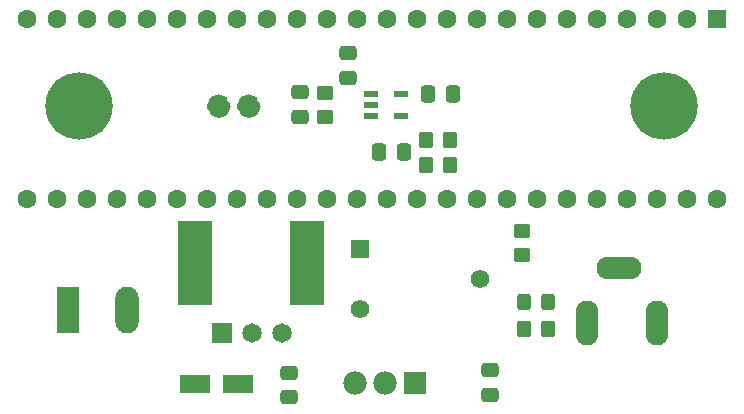
<source format=gbr>
%TF.GenerationSoftware,KiCad,Pcbnew,(6.0.7-1)-1*%
%TF.CreationDate,2022-10-05T22:32:41+11:00*%
%TF.ProjectId,open_jip,6f70656e-5f6a-4697-902e-6b696361645f,rev?*%
%TF.SameCoordinates,Original*%
%TF.FileFunction,Soldermask,Top*%
%TF.FilePolarity,Negative*%
%FSLAX46Y46*%
G04 Gerber Fmt 4.6, Leading zero omitted, Abs format (unit mm)*
G04 Created by KiCad (PCBNEW (6.0.7-1)-1) date 2022-10-05 22:32:41*
%MOMM*%
%LPD*%
G01*
G04 APERTURE LIST*
G04 Aperture macros list*
%AMRoundRect*
0 Rectangle with rounded corners*
0 $1 Rounding radius*
0 $2 $3 $4 $5 $6 $7 $8 $9 X,Y pos of 4 corners*
0 Add a 4 corners polygon primitive as box body*
4,1,4,$2,$3,$4,$5,$6,$7,$8,$9,$2,$3,0*
0 Add four circle primitives for the rounded corners*
1,1,$1+$1,$2,$3*
1,1,$1+$1,$4,$5*
1,1,$1+$1,$6,$7*
1,1,$1+$1,$8,$9*
0 Add four rect primitives between the rounded corners*
20,1,$1+$1,$2,$3,$4,$5,0*
20,1,$1+$1,$4,$5,$6,$7,0*
20,1,$1+$1,$6,$7,$8,$9,0*
20,1,$1+$1,$8,$9,$2,$3,0*%
G04 Aperture macros list end*
%ADD10C,1.000000*%
%ADD11RoundRect,0.249999X-0.325001X-0.450001X0.325001X-0.450001X0.325001X0.450001X-0.325001X0.450001X0*%
%ADD12RoundRect,0.249999X0.350001X0.450001X-0.350001X0.450001X-0.350001X-0.450001X0.350001X-0.450001X0*%
%ADD13RoundRect,0.250000X0.475000X-0.337500X0.475000X0.337500X-0.475000X0.337500X-0.475000X-0.337500X0*%
%ADD14RoundRect,0.250000X-0.475000X0.337500X-0.475000X-0.337500X0.475000X-0.337500X0.475000X0.337500X0*%
%ADD15RoundRect,0.250000X-1.050000X-0.550000X1.050000X-0.550000X1.050000X0.550000X-1.050000X0.550000X0*%
%ADD16R,1.651000X1.651000*%
%ADD17C,1.651000*%
%ADD18R,1.980000X3.960000*%
%ADD19O,1.980000X3.960000*%
%ADD20R,1.980000X1.980000*%
%ADD21C,1.980000*%
%ADD22R,1.210000X0.590000*%
%ADD23R,1.600000X1.600000*%
%ADD24C,1.600000*%
%ADD25O,1.900000X3.800000*%
%ADD26O,3.800000X1.900000*%
%ADD27C,5.700000*%
%ADD28RoundRect,0.250000X0.450000X-0.350000X0.450000X0.350000X-0.450000X0.350000X-0.450000X-0.350000X0*%
%ADD29RoundRect,0.250000X-0.450000X0.350000X-0.450000X-0.350000X0.450000X-0.350000X0.450000X0.350000X0*%
%ADD30R,2.895600X7.112000*%
%ADD31RoundRect,0.250000X0.350000X0.450000X-0.350000X0.450000X-0.350000X-0.450000X0.350000X-0.450000X0*%
%ADD32RoundRect,0.250000X-0.337500X-0.475000X0.337500X-0.475000X0.337500X0.475000X-0.337500X0.475000X0*%
%ADD33R,1.574800X1.574800*%
%ADD34C,1.574800*%
%ADD35RoundRect,0.250000X-0.350000X-0.450000X0.350000X-0.450000X0.350000X0.450000X-0.350000X0.450000X0*%
%ADD36RoundRect,0.250000X0.337500X0.475000X-0.337500X0.475000X-0.337500X-0.475000X0.337500X-0.475000X0*%
G04 APERTURE END LIST*
D10*
%TO.C,D2*%
X150270000Y-82000000D02*
G75*
G03*
X150270000Y-82000000I-500000J0D01*
G01*
X147730000Y-82000000D02*
G75*
G03*
X147730000Y-82000000I-500000J0D01*
G01*
%TD*%
D11*
%TO.C,D1*%
X173100000Y-98600000D03*
X175150000Y-98600000D03*
%TD*%
D12*
%TO.C,R1*%
X175100000Y-100900000D03*
X173100000Y-100900000D03*
%TD*%
D13*
%TO.C,C2*%
X170180000Y-106447500D03*
X170180000Y-104372500D03*
%TD*%
D14*
%TO.C,C4*%
X153200000Y-104562500D03*
X153200000Y-106637500D03*
%TD*%
D15*
%TO.C,C6*%
X145250000Y-105500000D03*
X148850000Y-105500000D03*
%TD*%
D16*
%TO.C,CR1*%
X147549000Y-101200000D03*
D17*
X150089000Y-101200000D03*
X152629000Y-101200000D03*
%TD*%
D18*
%TO.C,J2*%
X134500000Y-99250000D03*
D19*
X139500000Y-99250000D03*
%TD*%
D20*
%TO.C,U1*%
X163830000Y-105410000D03*
D21*
X161290000Y-105410000D03*
X158750000Y-105410000D03*
%TD*%
D22*
%TO.C,U2*%
X160145000Y-80950000D03*
X160145000Y-81900000D03*
X160145000Y-82850000D03*
X162655000Y-82850000D03*
X162655000Y-80950000D03*
%TD*%
D23*
%TO.C,U3*%
X189435001Y-74645001D03*
D24*
X186895001Y-74645001D03*
X184355001Y-74645001D03*
X181815001Y-74645001D03*
X179275001Y-74645001D03*
X176735001Y-74645001D03*
X174195001Y-74645001D03*
X171655001Y-74645001D03*
X169115001Y-74645001D03*
X166575001Y-74645001D03*
X164035001Y-74645001D03*
X161495001Y-74645001D03*
X158955001Y-74645001D03*
X156415001Y-74645001D03*
X153875001Y-74645001D03*
X151335001Y-74645001D03*
X148795001Y-74645001D03*
X146255001Y-74645001D03*
X143715001Y-74645001D03*
X141175001Y-74645001D03*
X138635001Y-74645001D03*
X136095001Y-74645001D03*
X133555001Y-74645001D03*
X131015001Y-74645001D03*
X131015001Y-89885001D03*
X133555001Y-89885001D03*
X136095001Y-89885001D03*
X138635001Y-89885001D03*
X141175001Y-89885001D03*
X143715001Y-89885001D03*
X146255001Y-89885001D03*
X148795001Y-89885001D03*
X151335001Y-89885001D03*
X153875001Y-89885001D03*
X156415001Y-89885001D03*
X158955001Y-89885001D03*
X161495001Y-89885001D03*
X164035001Y-89885001D03*
X166575001Y-89885001D03*
X169115001Y-89885001D03*
X171655001Y-89885001D03*
X174195001Y-89885001D03*
X176735001Y-89885001D03*
X179275001Y-89885001D03*
X181815001Y-89885001D03*
X184355001Y-89885001D03*
X186895001Y-89885001D03*
X189435001Y-89885001D03*
%TD*%
D25*
%TO.C,J1*%
X178422000Y-100330000D03*
X184352000Y-100330000D03*
D26*
X181102000Y-95680000D03*
%TD*%
D27*
%TO.C,REF\u002A\u002A*%
X135382000Y-82000000D03*
%TD*%
%TO.C,REF\u002A\u002A*%
X184912000Y-82000000D03*
%TD*%
D14*
%TO.C,C3*%
X154100000Y-80825000D03*
X154100000Y-82900000D03*
%TD*%
D28*
%TO.C,R5*%
X172900000Y-94600000D03*
X172900000Y-92600000D03*
%TD*%
D29*
%TO.C,R4*%
X156200000Y-80900000D03*
X156200000Y-82900000D03*
%TD*%
D14*
%TO.C,C5*%
X158200000Y-77525000D03*
X158200000Y-79600000D03*
%TD*%
D30*
%TO.C,R7*%
X145243900Y-95300000D03*
X154667300Y-95300000D03*
%TD*%
D31*
%TO.C,R3*%
X166800000Y-87000000D03*
X164800000Y-87000000D03*
%TD*%
D32*
%TO.C,C1*%
X160825000Y-85900000D03*
X162900000Y-85900000D03*
%TD*%
D33*
%TO.C,R6*%
X159218400Y-94107200D03*
D34*
X169353000Y-96647200D03*
X159218400Y-99187200D03*
%TD*%
D35*
%TO.C,R2*%
X164800000Y-84900000D03*
X166800000Y-84900000D03*
%TD*%
D36*
%TO.C,C7*%
X167037500Y-81000000D03*
X164962500Y-81000000D03*
%TD*%
M02*

</source>
